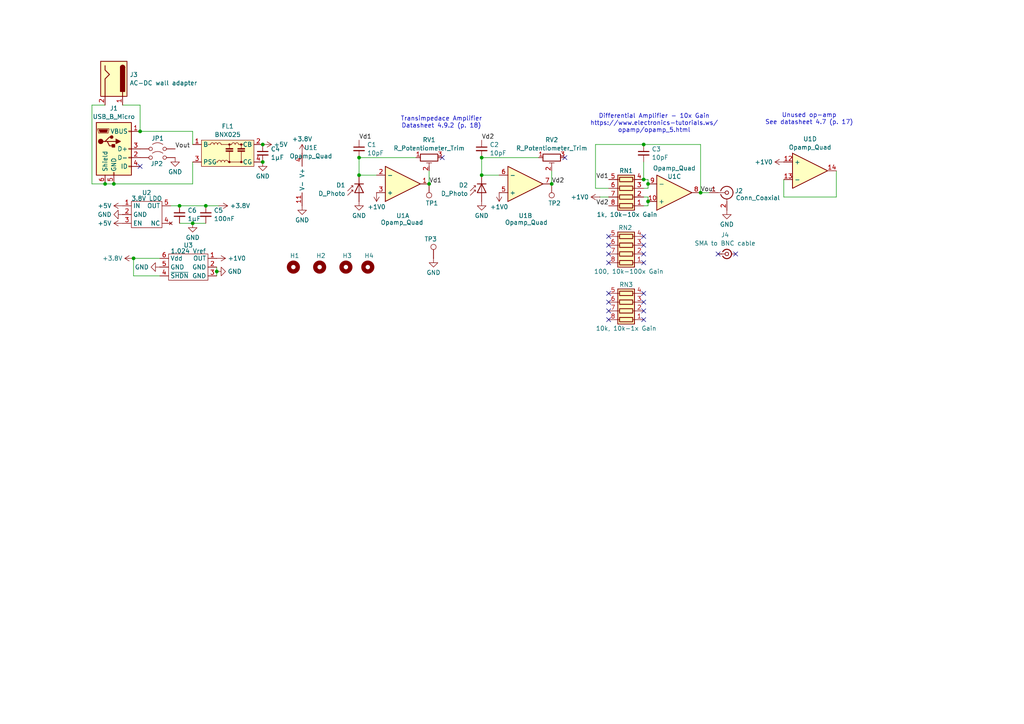
<source format=kicad_sch>
(kicad_sch (version 20231120) (generator "eeschema") (generator_version "8.0")
  (paper "A4")
  (lib_symbols
    (symbol "Connector:Conn_Coaxial" (pin_names (offset 1.016) hide)
      (property "Reference" "J" (at 0.254 3.048 0))
      (property "Value" "Conn_Coaxial" (at 2.921 0 90))
      (symbol "Conn_Coaxial_0_1"
        (arc (start -1.778 -0.508) (mid 0.2311 -1.8066) (end 1.778 0) (stroke (width 0.254)))
        (polyline (pts (xy -2.54 0) (xy -0.508 0)))
        (polyline (pts (xy 0 -2.54) (xy 0 -1.778)))
        (circle (center 0 0) (radius 0.508) (stroke (width 0.2032)))
        (arc (start 1.778 0) (mid 0.2099 1.8101) (end -1.778 0.508) (stroke (width 0.254)))
      )
      (symbol "Conn_Coaxial_1_1"
        (pin passive line (at -5.08 0 0) (length 2.54) (name "In") (number "1"))
        (pin passive line (at 0 -5.08 90) (length 2.54) (name "Ext") (number "2"))
      )
    )
    (symbol "Connector:Conn_Coaxial_Small" (pin_numbers hide) (pin_names (offset 1.016) hide)
      (property "Reference" "J" (at 0.254 3.048 0))
      (property "Value" "Conn_Coaxial_Small" (at 0 -3.81 0))
      (symbol "Conn_Coaxial_Small_0_1"
        (polyline (pts (xy -2.54 0) (xy -0.508 0)))
        (circle (center 0 0) (radius 0.508) (stroke (width 0.2032)))
      )
      (symbol "Conn_Coaxial_Small_1_1"
        (arc (start -1.1916 -0.6311) (mid 0.327 -1.3081) (end 1.3484 0.0039) (stroke (width 0.3048)))
        (arc (start 1.3484 -0.0039) (mid 0.327 1.3081) (end -1.1916 0.6311) (stroke (width 0.3048)))
        (pin passive line (at -2.54 0 0) (length 1.27) (name "In") (number "1"))
        (pin passive line (at 2.54 0 180) (length 1.27) (name "Ext") (number "2"))
      )
    )
    (symbol "Connector:Jack-DC" (pin_names (offset 1.016))
      (property "Reference" "J" (at 0 5.334 0))
      (property "Value" "Jack-DC" (at 0 -5.08 0))
      (symbol "Jack-DC_0_1"
        (rectangle (start -5.08 3.81) (end 5.08 -3.81) (stroke (width 0.254)) (fill (type background)))
        (arc (start -3.302 3.175) (mid -3.9343 2.54) (end -3.302 1.905) (stroke (width 0.254)))
        (arc (start -3.302 3.175) (mid -3.9343 2.54) (end -3.302 1.905) (stroke (width 0.254)) (fill (type outline)))
        (polyline (pts (xy 5.08 2.54) (xy 3.81 2.54)) (stroke (width 0.254)))
        (polyline (pts (xy -3.81 -2.54) (xy -2.54 -2.54) (xy -1.27 -1.27) (xy 0 -2.54) (xy 2.54 -2.54) (xy 5.08 -2.54)) (stroke (width 0.254)))
        (rectangle (start 3.683 3.175) (end -3.302 1.905) (stroke (width 0.254)) (fill (type outline)))
      )
      (symbol "Jack-DC_1_1"
        (pin passive line (at 7.62 2.54 180) (length 2.54) (name "~") (number "1"))
        (pin passive line (at 7.62 -2.54 180) (length 2.54) (name "~") (number "2"))
      )
    )
    (symbol "Connector:TestPoint" (pin_numbers hide) (pin_names (offset 0.762) hide)
      (property "Reference" "TP" (at 0 6.858 0))
      (property "Value" "TestPoint" (at 0 5.08 0))
      (symbol "TestPoint_0_1"
        (circle (center 0 3.302) (radius 0.762))
      )
      (symbol "TestPoint_1_1"
        (pin passive line (at 0 0 90) (length 2.54) (name "1") (number "1"))
      )
    )
    (symbol "Connector:USB_B_Micro" (pin_names (offset 1.016))
      (property "Reference" "J" (at -5.08 11.43 0))
      (property "Value" "USB_B_Micro" (at -5.08 8.89 0))
      (symbol "USB_B_Micro_0_1"
        (rectangle (start -5.08 -7.62) (end 5.08 7.62) (stroke (width 0.254)) (fill (type background)))
        (circle (center -3.81 2.159) (radius 0.635) (stroke (width 0.254)) (fill (type outline)))
        (circle (center -0.635 3.429) (radius 0.381) (stroke (width 0.254)) (fill (type outline)))
        (rectangle (start -0.127 -7.62) (end 0.127 -6.858))
        (polyline (pts (xy -1.905 2.159) (xy 0.635 2.159)) (stroke (width 0.254)))
        (polyline (pts (xy -3.175 2.159) (xy -2.54 2.159) (xy -1.27 3.429) (xy -0.635 3.429)) (stroke (width 0.254)))
        (polyline (pts (xy -2.54 2.159) (xy -1.905 2.159) (xy -1.27 0.889) (xy 0 0.889)) (stroke (width 0.254)))
        (polyline (pts (xy 0.635 2.794) (xy 0.635 1.524) (xy 1.905 2.159) (xy 0.635 2.794)) (stroke (width 0.254)) (fill (type outline)))
        (polyline (pts (xy -4.318 5.588) (xy -1.778 5.588) (xy -2.032 4.826) (xy -4.064 4.826) (xy -4.318 5.588)) (fill (type outline)))
        (polyline (pts (xy -4.699 5.842) (xy -4.699 5.588) (xy -4.445 4.826) (xy -4.445 4.572) (xy -1.651 4.572) (xy -1.651 4.826) (xy -1.397 5.588) (xy -1.397 5.842) (xy -4.699 5.842)))
        (rectangle (start 0.254 1.27) (end -0.508 0.508) (stroke (width 0.254)) (fill (type outline)))
        (rectangle (start 5.08 -5.207) (end 4.318 -4.953))
        (rectangle (start 5.08 -2.667) (end 4.318 -2.413))
        (rectangle (start 5.08 -0.127) (end 4.318 0.127))
        (rectangle (start 5.08 4.953) (end 4.318 5.207))
      )
      (symbol "USB_B_Micro_1_1"
        (pin power_out line (at 7.62 5.08 180) (length 2.54) (name "VBUS") (number "1"))
        (pin bidirectional line (at 7.62 -2.54 180) (length 2.54) (name "D-") (number "2"))
        (pin bidirectional line (at 7.62 0 180) (length 2.54) (name "D+") (number "3"))
        (pin passive line (at 7.62 -5.08 180) (length 2.54) (name "ID") (number "4"))
        (pin power_out line (at 0 -10.16 90) (length 2.54) (name "GND") (number "5"))
        (pin passive line (at -2.54 -10.16 90) (length 2.54) (name "Shield") (number "6"))
      )
    )
    (symbol "Device:C_Small" (pin_numbers hide) (pin_names (offset 0.254) hide)
      (property "Reference" "C" (at 0.254 1.778 0))
      (property "Value" "C_Small" (at 0.254 -2.032 0))
      (symbol "C_Small_0_1"
        (polyline (pts (xy -1.524 -0.508) (xy 1.524 -0.508)) (stroke (width 0.3302)))
        (polyline (pts (xy -1.524 0.508) (xy 1.524 0.508)) (stroke (width 0.3048)))
      )
      (symbol "C_Small_1_1"
        (pin passive line (at 0 2.54 270) (length 2.032) (name "~") (number "1"))
        (pin passive line (at 0 -2.54 90) (length 2.032) (name "~") (number "2"))
      )
    )
    (symbol "Device:D_Photo" (pin_numbers hide) (pin_names hide)
      (property "Reference" "D" (at 0.508 1.778 0))
      (property "Value" "D_Photo" (at -1.016 -2.794 0))
      (symbol "D_Photo_0_1"
        (polyline (pts (xy -2.54 1.27) (xy -2.54 -1.27)) (stroke (width 0.254)))
        (polyline (pts (xy -2.032 1.778) (xy -1.524 1.778)))
        (polyline (pts (xy 0 0) (xy -2.54 0)))
        (polyline (pts (xy -0.508 3.302) (xy -2.032 1.778) (xy -2.032 2.286)))
        (polyline (pts (xy 0 -1.27) (xy 0 1.27) (xy -2.54 0) (xy 0 -1.27)) (stroke (width 0.254)))
        (polyline (pts (xy 0.762 3.302) (xy -0.762 1.778) (xy -0.762 2.286) (xy -0.762 1.778) (xy -0.254 1.778)))
      )
      (symbol "D_Photo_1_1"
        (pin passive line (at -5.08 0 0) (length 2.54) (name "K") (number "1"))
        (pin passive line (at 2.54 0 180) (length 2.54) (name "A") (number "2"))
      )
    )
    (symbol "Device:Opamp_Quad"
      (property "Reference" "U" (at 0 5.08 0))
      (property "Value" "Opamp_Quad" (at 0 -5.08 0))
      (symbol "Opamp_Quad_1_1"
        (polyline (pts (xy -5.08 5.08) (xy 5.08 0) (xy -5.08 -5.08) (xy -5.08 5.08)) (stroke (width 0.254)) (fill (type background)))
        (pin output line (at 7.62 0 180) (length 2.54) (name "~") (number "1"))
        (pin input line (at -7.62 -2.54 0) (length 2.54) (name "-") (number "2"))
        (pin input line (at -7.62 2.54 0) (length 2.54) (name "+") (number "3"))
      )
      (symbol "Opamp_Quad_2_1"
        (polyline (pts (xy -5.08 5.08) (xy 5.08 0) (xy -5.08 -5.08) (xy -5.08 5.08)) (stroke (width 0.254)) (fill (type background)))
        (pin input line (at -7.62 2.54 0) (length 2.54) (name "+") (number "5"))
        (pin input line (at -7.62 -2.54 0) (length 2.54) (name "-") (number "6"))
        (pin output line (at 7.62 0 180) (length 2.54) (name "~") (number "7"))
      )
      (symbol "Opamp_Quad_3_1"
        (polyline (pts (xy -5.08 5.08) (xy 5.08 0) (xy -5.08 -5.08) (xy -5.08 5.08)) (stroke (width 0.254)) (fill (type background)))
        (pin input line (at -7.62 2.54 0) (length 2.54) (name "+") (number "10"))
        (pin output line (at 7.62 0 180) (length 2.54) (name "~") (number "8"))
        (pin input line (at -7.62 -2.54 0) (length 2.54) (name "-") (number "9"))
      )
      (symbol "Opamp_Quad_4_1"
        (polyline (pts (xy -5.08 5.08) (xy 5.08 0) (xy -5.08 -5.08) (xy -5.08 5.08)) (stroke (width 0.254)) (fill (type background)))
        (pin input line (at -7.62 2.54 0) (length 2.54) (name "+") (number "12"))
        (pin input line (at -7.62 -2.54 0) (length 2.54) (name "-") (number "13"))
        (pin output line (at 7.62 0 180) (length 2.54) (name "~") (number "14"))
      )
      (symbol "Opamp_Quad_5_1"
        (pin power_in line (at -2.54 -7.62 90) (length 3.81) (name "V-") (number "11"))
        (pin power_in line (at -2.54 7.62 270) (length 3.81) (name "V+") (number "4"))
      )
    )
    (symbol "Device:R_Pack04" (pin_names (offset 0) hide)
      (property "Reference" "RN" (at -7.62 0 90))
      (property "Value" "R_Pack04" (at 5.08 0 90))
      (symbol "R_Pack04_0_1"
        (rectangle (start -6.35 -2.413) (end 3.81 2.413) (stroke (width 0.254)) (fill (type background)))
        (rectangle (start -5.715 1.905) (end -4.445 -1.905) (stroke (width 0.254)))
        (rectangle (start -3.175 1.905) (end -1.905 -1.905) (stroke (width 0.254)))
        (rectangle (start -0.635 1.905) (end 0.635 -1.905) (stroke (width 0.254)))
        (polyline (pts (xy -5.08 -2.54) (xy -5.08 -1.905)))
        (polyline (pts (xy -5.08 1.905) (xy -5.08 2.54)))
        (polyline (pts (xy -2.54 -2.54) (xy -2.54 -1.905)))
        (polyline (pts (xy -2.54 1.905) (xy -2.54 2.54)))
        (polyline (pts (xy 0 -2.54) (xy 0 -1.905)))
        (polyline (pts (xy 0 1.905) (xy 0 2.54)))
        (polyline (pts (xy 2.54 -2.54) (xy 2.54 -1.905)))
        (polyline (pts (xy 2.54 1.905) (xy 2.54 2.54)))
        (rectangle (start 1.905 1.905) (end 3.175 -1.905) (stroke (width 0.254)))
      )
      (symbol "R_Pack04_1_1"
        (pin passive line (at -5.08 -5.08 90) (length 2.54) (name "R1.1") (number "1"))
        (pin passive line (at -2.54 -5.08 90) (length 2.54) (name "R2.1") (number "2"))
        (pin passive line (at 0 -5.08 90) (length 2.54) (name "R3.1") (number "3"))
        (pin passive line (at 2.54 -5.08 90) (length 2.54) (name "R4.1") (number "4"))
        (pin passive line (at 2.54 5.08 270) (length 2.54) (name "R4.2") (number "5"))
        (pin passive line (at 0 5.08 270) (length 2.54) (name "R3.2") (number "6"))
        (pin passive line (at -2.54 5.08 270) (length 2.54) (name "R2.2") (number "7"))
        (pin passive line (at -5.08 5.08 270) (length 2.54) (name "R1.2") (number "8"))
      )
    )
    (symbol "Device:R_Potentiometer_Trim" (pin_names (offset 1.016) hide)
      (property "Reference" "RV" (at -4.445 0 90))
      (property "Value" "R_Potentiometer_Trim" (at -2.54 0 90))
      (symbol "R_Potentiometer_Trim_0_1"
        (polyline (pts (xy 1.524 0.762) (xy 1.524 -0.762)))
        (polyline (pts (xy 2.54 0) (xy 1.524 0)))
        (rectangle (start 1.016 2.54) (end -1.016 -2.54) (stroke (width 0.254)))
      )
      (symbol "R_Potentiometer_Trim_1_1"
        (pin passive line (at 0 3.81 270) (length 1.27) (name "1") (number "1"))
        (pin passive line (at 3.81 0 180) (length 1.27) (name "2") (number "2"))
        (pin passive line (at 0 -3.81 90) (length 1.27) (name "3") (number "3"))
      )
    )
    (symbol "Filter:BNX025"
      (property "Reference" "FL" (at -6.35 5.08 0))
      (property "Value" "BNX025" (at 7.62 5.08 0))
      (symbol "BNX025_0_1"
        (rectangle (start -7.62 3.81) (end 7.62 -3.81) (fill (type background)))
        (arc (start -1.905 -2.54) (mid -2.413 -2.0342) (end -2.921 -2.54))
        (arc (start -0.889 -2.54) (mid -1.397 -2.0342) (end -1.905 -2.54))
        (rectangle (start -0.508 0.508) (end 1.524 0.762) (fill (type outline)))
        (polyline (pts (xy -4.953 2.54) (xy -5.715 2.54)))
        (polyline (pts (xy -3.302 -2.54) (xy -2.921 -2.54)))
        (polyline (pts (xy 0.127 -2.54) (xy 0.508 -2.54)))
        (polyline (pts (xy 0.381 2.54) (xy -1.905 2.54)))
        (polyline (pts (xy 0.508 -2.54) (xy 0.508 0.508)))
        (polyline (pts (xy 0.508 2.54) (xy 0.508 1.27)))
        (polyline (pts (xy 1.143 2.54) (xy 0.508 2.54)))
        (polyline (pts (xy 3.175 2.54) (xy 3.937 2.54)))
        (polyline (pts (xy 3.937 -2.54) (xy 0.508 -2.54)))
        (polyline (pts (xy 3.937 -2.54) (xy 3.937 0.508)))
        (polyline (pts (xy 3.937 -2.54) (xy 4.445 -2.54)))
        (polyline (pts (xy 3.937 2.54) (xy 3.937 1.27)))
        (polyline (pts (xy 3.937 2.54) (xy 4.445 2.54)))
        (arc (start 0.127 -2.54) (mid -0.381 -2.0342) (end -0.889 -2.54))
        (circle (center 0.508 2.54) (radius 0.254) (fill (type outline)))
        (rectangle (start 1.524 1.143) (end -0.508 1.397) (fill (type outline)))
        (arc (start 2.159 2.54) (mid 1.651 3.0458) (end 1.143 2.54))
        (arc (start 3.175 2.54) (mid 2.667 3.0458) (end 2.159 2.54))
      )
      (symbol "BNX025_1_1"
        (arc (start -3.937 2.54) (mid -4.445 3.0458) (end -4.953 2.54))
        (arc (start -2.921 2.54) (mid -3.429 3.0458) (end -3.937 2.54))
        (arc (start -1.905 2.54) (mid -2.413 3.0458) (end -2.921 2.54))
        (circle (center 0.508 -2.54) (radius 0.254) (fill (type outline)))
        (rectangle (start 2.921 0.508) (end 4.953 0.762) (fill (type outline)))
        (circle (center 3.937 -2.54) (radius 0.254) (fill (type outline)))
        (circle (center 3.937 2.54) (radius 0.254) (fill (type outline)))
        (rectangle (start 4.953 1.143) (end 2.921 1.397) (fill (type outline)))
        (pin passive line (at -10.16 2.54 0) (length 2.54) (name "B") (number "1"))
        (pin passive line (at 10.16 2.54 180) (length 2.54) (name "CB") (number "2"))
        (pin passive line (at -10.16 -2.54 0) (length 2.54) (name "PSG") (number "3"))
        (pin passive line (at 10.16 -2.54 180) (length 2.54) (name "CG") (number "4"))
      )
    )
    (symbol "Jumper:Jumper_2_Open" (pin_numbers hide) (pin_names (offset 0) hide) (exclude_from_sim yes)
      (property "Reference" "JP" (at 0 2.794 0))
      (property "Value" "Jumper_2_Open" (at 0 -2.286 0))
      (symbol "Jumper_2_Open_0_0"
        (circle (center -2.032 0) (radius 0.508))
        (circle (center 2.032 0) (radius 0.508))
      )
      (symbol "Jumper_2_Open_0_1"
        (arc (start 1.524 1.27) (mid 0 1.778) (end -1.524 1.27))
      )
      (symbol "Jumper_2_Open_1_1"
        (pin passive line (at -5.08 0 0) (length 2.54) (name "A") (number "1"))
        (pin passive line (at 5.08 0 180) (length 2.54) (name "B") (number "2"))
      )
    )
    (symbol "Mechanical:MountingHole" (pin_names (offset 1.016)) (exclude_from_sim yes) (in_bom no)
      (property "Reference" "H" (at 0 5.08 0))
      (property "Value" "MountingHole" (at 0 3.175 0))
      (symbol "MountingHole_0_1"
        (circle (center 0 0) (radius 1.27) (stroke (width 1.27)))
      )
    )
    (symbol "custom:1.024_Vref"
      (property "Reference" "U" (at 0 0 0))
      (symbol "1.024_Vref_0_1"
        (rectangle (start -5.08 -1.27) (end 6.35 -8.89))
      )
      (symbol "1.024_Vref_1_1"
        (pin input line (at -7.62 -2.54 0) (length 2.54) (name "OUT") (number "1"))
        (pin input line (at -7.62 -5.08 0) (length 2.54) (name "GND") (number "2"))
        (pin input line (at -7.62 -7.62 0) (length 2.54) (name "GND") (number "3"))
        (pin input line (at 8.89 -7.62 180) (length 2.54) (name "~{SHDN}") (number "4"))
        (pin input line (at 8.89 -5.08 180) (length 2.54) (name "GND") (number "5"))
        (pin input line (at 8.89 -2.54 180) (length 2.54) (name "Vdd") (number "6"))
      )
    )
    (symbol "custom:LDO"
      (property "Reference" "U" (at 0 0 0))
      (symbol "LDO_0_1"
        (rectangle (start -3.81 -1.27) (end 5.08 -8.89))
      )
      (symbol "LDO_1_1"
        (pin input line (at -6.35 -2.54 0) (length 2.54) (name "IN") (number "1"))
        (pin input line (at -6.35 -5.08 0) (length 2.54) (name "GND") (number "2"))
        (pin input line (at -6.35 -7.62 0) (length 2.54) (name "EN") (number "3"))
        (pin no_connect line (at 7.62 -7.62 180) (length 2.54) (name "NC") (number "4"))
        (pin input line (at 7.62 -2.54 180) (length 2.54) (name "OUT") (number "5"))
      )
    )
    (symbol "power:+1V0" (power) (pin_numbers hide) (pin_names (offset 0) hide)
      (property "Value" "+1V0" (at 0 3.556 0))
      (symbol "+1V0_0_1"
        (polyline (pts (xy -0.762 1.27) (xy 0 2.54)))
        (polyline (pts (xy 0 0) (xy 0 2.54)))
        (polyline (pts (xy 0 2.54) (xy 0.762 1.27)))
      )
      (symbol "+1V0_1_1"
        (pin power_in line (at 0 0 90) (length 0) (name "~") (number "1"))
      )
    )
    (symbol "power:+3V3" (power) (pin_numbers hide) (pin_names (offset 0) hide)
      (property "Value" "+3V3" (at 0 3.556 0))
      (symbol "+3V3_0_1"
        (polyline (pts (xy -0.762 1.27) (xy 0 2.54)))
        (polyline (pts (xy 0 0) (xy 0 2.54)))
        (polyline (pts (xy 0 2.54) (xy 0.762 1.27)))
      )
      (symbol "+3V3_1_1"
        (pin power_in line (at 0 0 90) (length 0) (name "~") (number "1"))
      )
    )
    (symbol "power:+5V" (power) (pin_numbers hide) (pin_names (offset 0) hide)
      (property "Value" "+5V" (at 0 3.556 0))
      (symbol "+5V_0_1"
        (polyline (pts (xy -0.762 1.27) (xy 0 2.54)))
        (polyline (pts (xy 0 0) (xy 0 2.54)))
        (polyline (pts (xy 0 2.54) (xy 0.762 1.27)))
      )
      (symbol "+5V_1_1"
        (pin power_in line (at 0 0 90) (length 0) (name "~") (number "1"))
      )
    )
    (symbol "power:GND" (power) (pin_numbers hide) (pin_names (offset 0) hide)
      (property "Value" "GND" (at 0 -3.81 0))
      (symbol "GND_0_1"
        (polyline (pts (xy 0 0) (xy 0 -1.27) (xy 1.27 -1.27) (xy 0 -2.54) (xy -1.27 -1.27) (xy 0 -1.27)))
      )
      (symbol "GND_1_1"
        (pin power_in line (at 0 0 270) (length 0) (name "~") (number "1"))
      )
    )
  )
  (junction (at 186.69 52.07))
  (junction (at 124.46 53.34))
  (junction (at 186.69 41.91))
  (junction (at 187.96 53.34))
  (junction (at 62.865 78.74))
  (junction (at 55.88 64.77))
  (junction (at 104.14 50.8))
  (junction (at 160.02 53.34))
  (junction (at 139.7 45.72))
  (junction (at 59.69 59.69))
  (junction (at 33.02 53.34))
  (junction (at 139.7 50.8))
  (junction (at 203.2 55.88))
  (junction (at 30.48 53.34))
  (junction (at 38.735 74.93))
  (junction (at 76.2 41.91))
  (junction (at 76.2 46.99))
  (junction (at 104.14 45.72))
  (junction (at 187.96 58.42))
  (junction (at 40.64 38.1))
  (junction (at 52.07 59.69))
  (no_connect (at 176.53 87.63))
  (no_connect (at 186.69 90.17))
  (no_connect (at 186.69 92.71))
  (no_connect (at 176.53 68.58))
  (no_connect (at 176.53 85.09))
  (no_connect (at 176.53 76.2))
  (no_connect (at 128.27 45.72))
  (no_connect (at 213.36 73.66))
  (no_connect (at 186.69 87.63))
  (no_connect (at 186.69 76.2))
  (no_connect (at 176.53 73.66))
  (no_connect (at 176.53 92.71))
  (no_connect (at 40.64 48.26))
  (no_connect (at 176.53 90.17))
  (no_connect (at 163.83 45.72))
  (no_connect (at 186.69 71.12))
  (no_connect (at 186.69 85.09))
  (no_connect (at 186.69 73.66))
  (no_connect (at 186.69 68.58))
  (no_connect (at 208.28 73.66))
  (no_connect (at 176.53 71.12))
  (wire (pts (xy 227.33 52.07) (xy 227.33 57.15)))
  (wire (pts (xy 104.14 50.8) (xy 109.22 50.8)))
  (wire (pts (xy 156.21 45.72) (xy 139.7 45.72)))
  (wire (pts (xy 62.865 78.74) (xy 62.865 80.01)))
  (wire (pts (xy 124.46 49.53) (xy 124.46 53.34)))
  (wire (pts (xy 30.48 30.48) (xy 26.67 30.48)))
  (wire (pts (xy 186.69 52.07) (xy 187.96 52.07)))
  (wire (pts (xy 104.14 45.72) (xy 104.14 50.8)))
  (wire (pts (xy 46.355 74.93) (xy 38.735 74.93)))
  (wire (pts (xy 173.99 57.15) (xy 176.53 57.15)))
  (wire (pts (xy 186.69 46.99) (xy 186.69 52.07)))
  (wire (pts (xy 160.02 49.53) (xy 160.02 53.34)))
  (wire (pts (xy 55.88 41.91) (xy 55.88 38.1)))
  (wire (pts (xy 59.69 59.69) (xy 63.5 59.69)))
  (wire (pts (xy 203.2 55.88) (xy 205.74 55.88)))
  (wire (pts (xy 242.57 57.15) (xy 242.57 49.53)))
  (wire (pts (xy 172.72 41.91) (xy 186.69 41.91)))
  (wire (pts (xy 26.67 30.48) (xy 26.67 53.34)))
  (wire (pts (xy 40.64 30.48) (xy 40.64 38.1)))
  (wire (pts (xy 203.2 41.91) (xy 203.2 55.88)))
  (wire (pts (xy 38.735 80.01) (xy 46.355 80.01)))
  (wire (pts (xy 62.865 77.47) (xy 62.865 78.74)))
  (wire (pts (xy 172.72 54.61) (xy 172.72 41.91)))
  (wire (pts (xy 186.69 57.15) (xy 187.96 57.15)))
  (wire (pts (xy 33.02 53.34) (xy 55.88 53.34)))
  (wire (pts (xy 55.88 53.34) (xy 55.88 46.99)))
  (wire (pts (xy 187.96 57.15) (xy 187.96 58.42)))
  (wire (pts (xy 186.69 41.91) (xy 203.2 41.91)))
  (wire (pts (xy 35.56 30.48) (xy 40.64 30.48)))
  (wire (pts (xy 187.96 52.07) (xy 187.96 53.34)))
  (wire (pts (xy 26.67 53.34) (xy 30.48 53.34)))
  (wire (pts (xy 120.65 45.72) (xy 104.14 45.72)))
  (wire (pts (xy 139.7 45.72) (xy 139.7 50.8)))
  (wire (pts (xy 176.53 54.61) (xy 172.72 54.61)))
  (wire (pts (xy 49.53 59.69) (xy 52.07 59.69)))
  (wire (pts (xy 30.48 53.34) (xy 33.02 53.34)))
  (wire (pts (xy 227.33 57.15) (xy 242.57 57.15)))
  (wire (pts (xy 40.64 38.1) (xy 55.88 38.1)))
  (wire (pts (xy 52.07 64.77) (xy 55.88 64.77)))
  (wire (pts (xy 38.735 74.93) (xy 38.735 80.01)))
  (wire (pts (xy 187.96 58.42) (xy 187.96 59.69)))
  (wire (pts (xy 187.96 53.34) (xy 187.96 54.61)))
  (wire (pts (xy 139.7 50.8) (xy 144.78 50.8)))
  (wire (pts (xy 187.96 59.69) (xy 186.69 59.69)))
  (wire (pts (xy 52.07 59.69) (xy 59.69 59.69)))
  (wire (pts (xy 55.88 64.77) (xy 59.69 64.77)))
  (wire (pts (xy 186.69 54.61) (xy 187.96 54.61)))
  (text "Transimpedace Amplifier\nDatasheet 4.9.2 (p. 18)" (at 128.016 35.56 0) (effects (font (size 1.27 1.27))))
  (text "Unused op-amp\nSee datasheet 4.7 (p. 17)" (at 234.696 34.544 0) (effects (font (size 1.27 1.27))))
  (text "Differential Amplifier - 10x Gain\nhttps://www.electronics-tutorials.ws/\nopamp/opamp_5.html" (at 189.738 35.814 0) (effects (font (size 1.27 1.27))))
  (label "Vd2" (at 139.7 40.64 0))
  (label "Vout" (at 203.2 55.88 0))
  (label "Vd1" (at 104.14 40.64 0))
  (label "Vd2" (at 160.02 53.34 0))
  (label "Vd1" (at 124.46 53.34 0))
  (label "Vout" (at 50.8 43.18 0))
  (label "Vd2" (at 176.53 59.69 180))
  (label "Vd1" (at 176.53 52.07 180))
  (symbol (lib_id "Device:C_Small") (at 104.14 43.18 0) (unit 1)
    (property "Reference" "C1" (at 106.4641 41.9741 0) (effects (justify left)))
    (property "Value" "10pF" (at 106.4641 44.3984 0) (effects (justify left)))
    (property "Footprint" "Capacitor_SMD:C_0805_2012Metric" (effects (hide yes)))
    (property "Datasheet" "https://www.yageo.com/en/Chart/Download/pdf/CC0805JRNPO9BN100" (effects (hide yes)))
    (property "Description" "CAP CER 10PF 50V C0G/NPO 0805" (effects (hide yes)))
    (property "Manufacturer" "YAGEO" (effects (hide yes)))
    (property "Part" "CC0805JRNPO9BN100" (effects (hide yes)))
  )
  (symbol (lib_id "power:GND") (at 87.63 59.69 0) (unit 1)
    (property "Reference" "#PWR08" (effects (hide yes)))
    (property "Value" "GND" (at 87.63 63.8231 0))
    (property "Description" "Power symbol creates a global label with name \"GND\" , ground" (effects (hide yes)))
  )
  (symbol (lib_id "power:GND") (at 104.14 58.42 0) (unit 1)
    (property "Reference" "#PWR05" (effects (hide yes)))
    (property "Value" "GND" (at 104.14 62.5531 0))
    (property "Description" "Power symbol creates a global label with name \"GND\" , ground" (effects (hide yes)))
  )
  (symbol (lib_id "power:+3V3") (at 38.735 74.93 90) (mirror x) (unit 1)
    (property "Reference" "#PWR019" (effects (hide yes)))
    (property "Value" "+3.8V" (at 35.56 74.93 90) (effects (justify left)))
    (property "Description" "Power symbol creates a global label with name \"+3V3\"" (effects (hide yes)))
  )
  (symbol (lib_id "power:+5V") (at 76.2 41.91 270) (unit 1)
    (property "Reference" "#PWR02" (effects (hide yes)))
    (property "Value" "+5V" (at 79.375 41.91 90) (effects (justify left)))
    (property "Description" "Power symbol creates a global label with name \"+5V\"" (effects (hide yes)))
  )
  (symbol (lib_id "power:GND") (at 76.2 46.99 0) (unit 1)
    (property "Reference" "#PWR01" (effects (hide yes)))
    (property "Value" "GND" (at 76.2 51.1231 0))
    (property "Description" "Power symbol creates a global label with name \"GND\" , ground" (effects (hide yes)))
  )
  (symbol (lib_id "Device:Opamp_Quad") (at 152.4 53.34 0) (mirror x) (unit 2)
    (property "Reference" "U1" (at 152.4 62.5645 0))
    (property "Value" "Opamp_Quad" (at 152.654 64.516 0))
    (property "Footprint" "Custom:SOIC14_SL_MCH" (effects (hide yes)))
    (property "Datasheet" "https://ww1.microchip.com/downloads/aemDocuments/documents/MSLD/ProductDocuments/DataSheets/MCP6486-Family-Data-Sheet-DS20006679.pdf" (effects (hide yes)))
    (property "Description" "QUAD, 10MHZ OP AMP, E TEMP" (effects (hide yes)))
    (property "Manufacturer" "Microchip Technology" (effects (hide yes)))
    (property "Part" "MCP6489-E/SL" (effects (hide yes)))
  )
  (symbol (lib_id "Connector:USB_B_Micro") (at 33.02 43.18 0) (unit 1)
    (property "Reference" "J1" (at 33.02 31.4155 0))
    (property "Value" "USB_B_Micro" (at 33.02 33.8398 0))
    (property "Footprint" "Custom:AMPHENOL_10118193-0001LF" (effects (hide yes)))
    (property "Datasheet" "https://cdn.amphenol-cs.com/media/wysiwyg/files/documentation/datasheet/inputoutput/io_usb_micro.pdf" (effects (hide yes)))
    (property "Description" "USB Micro Type B connector" (effects (hide yes)))
    (property "Manufacturer" "Amphenol ICC (FCI)" (effects (hide yes)))
    (property "Part" "10118193-0001LF" (effects (hide yes)))
  )
  (symbol (lib_id "Connector:TestPoint") (at 124.46 53.34 180) (unit 1)
    (property "Reference" "TP1" (at 123.444 58.928 0) (effects (justify right)))
    (property "Value" "TestPoint" (effects (hide yes)))
    (property "Footprint" "TestPoint:TestPoint_Pad_D3.0mm" (effects (hide yes)))
    (property "Description" "test point" (effects (hide yes)))
  )
  (symbol (lib_id "power:GND") (at 139.7 58.42 0) (unit 1)
    (property "Reference" "#PWR06" (effects (hide yes)))
    (property "Value" "GND" (at 139.7 62.5531 0))
    (property "Description" "Power symbol creates a global label with name \"GND\" , ground" (effects (hide yes)))
  )
  (symbol (lib_id "Filter:BNX025") (at 66.04 44.45 0) (unit 1)
    (property "Reference" "FL1" (at 66.04 36.6225 0))
    (property "Value" "BNX025" (at 66.04 39.0468 0))
    (property "Footprint" "Custom:Filter_Murata_BNX025" (effects (hide yes)))
    (property "Datasheet" "https://www.murata.com/en-us/products/productdetail.aspx?cate=luNoiseSupprFilteBlockType&partno=BNX025H01%23" (effects (hide yes)))
    (property "Description" "EMI Filter SMD, Murata BNX025" (effects (hide yes)))
    (property "Manufacturer" "Murata Electronics" (effects (hide yes)))
    (property "Part" "BNX025H01B" (effects (hide yes)))
  )
  (symbol (lib_id "power:GND") (at 125.73 74.93 0) (unit 1)
    (property "Reference" "#PWR021" (effects (hide yes)))
    (property "Value" "GND" (at 125.73 79.0631 0))
    (property "Description" "Power symbol creates a global label with name \"GND\" , ground" (effects (hide yes)))
  )
  (symbol (lib_id "Device:D_Photo") (at 104.14 55.88 90) (mirror x) (unit 1)
    (property "Reference" "D1" (at 100.203 53.7153 90) (effects (justify left)))
    (property "Value" "D_Photo" (at 100.203 56.1396 90) (effects (justify left)))
    (property "Footprint" "Custom:XDCR_SFH_229" (effects (hide yes)))
    (property "Datasheet" "https://look.ams-osram.com/m/2a0be50605895dac/original/SFH-229.pdf" (effects (hide yes)))
    (property "Description" "SENSOR PHOTODIODE 860NM RADIAL" (effects (hide yes)))
    (property "Manufacturer" "ams-OSRAM USA INC." (effects (hide yes)))
    (property "Part" "SFH 229" (effects (hide yes)))
  )
  (symbol (lib_id "power:GND") (at 35.56 62.23 270) (unit 1)
    (property "Reference" "#PWR012" (effects (hide yes)))
    (property "Value" "GND" (at 32.3851 62.23 90) (effects (justify right)))
    (property "Description" "Power symbol creates a global label with name \"GND\" , ground" (effects (hide yes)))
  )
  (symbol (lib_id "power:GND") (at 55.88 64.77 0) (unit 1)
    (property "Reference" "#PWR015" (effects (hide yes)))
    (property "Value" "GND" (at 55.88 68.9031 0))
    (property "Description" "Power symbol creates a global label with name \"GND\" , ground" (effects (hide yes)))
  )
  (symbol (lib_id "Device:R_Pack04") (at 181.61 54.61 90) (unit 1)
    (property "Reference" "RN1" (at 181.61 49.53 90))
    (property "Value" "1k, 10k-10x Gain" (at 181.864 62.23 90))
    (property "Footprint" "Resistor_SMD:R_Array_Convex_4x0603" (effects (hide yes)))
    (property "Datasheet" "https://www.vishay.com/docs/28751/acasprec.pdf" (effects (hide yes)))
    (property "Description" "RES ARRAY 4 RES 10K OHM 1206" (effects (hide yes)))
    (property "Manufacturer" "Vishay Beyschlag/Draloric/BC Components" (effects (hide yes)))
    (property "Part" "ACASA1001S1002P100" (effects (hide yes)))
  )
  (symbol (lib_id "power:+3V3") (at 87.63 44.45 0) (unit 1)
    (property "Reference" "#PWR07" (effects (hide yes)))
    (property "Value" "+3.8V" (at 87.63 40.3169 0))
    (property "Description" "Power symbol creates a global label with name \"+3V3\"" (effects (hide yes)))
  )
  (symbol (lib_id "custom:LDO") (at 41.91 57.15 0) (unit 1)
    (property "Reference" "U2" (at 42.545 55.8885 0))
    (property "Value" "3.8V LDO" (at 42.545 57.5699 0))
    (property "Footprint" "Package_TO_SOT_SMD:SOT-23-5" (effects (hide yes)))
    (property "Datasheet" "https://www.ti.com/general/docs/suppproductinfo.tsp?distId=10&gotoUrl=https%3A%2F%2Fwww.ti.com%2Flit%2Fgpn%2Flp5907-q1" (effects (hide yes)))
    (property "Description" "IC REG LINEAR 3.8V 250MA SOT23-5" (effects (hide yes)))
    (property "Manufacturer" "Texas Instruments" (effects (hide yes)))
    (property "Part" "LP5907QMFX-3.8Q1" (effects (hide yes)))
  )
  (symbol (lib_id "Connector:TestPoint") (at 125.73 74.93 0) (unit 1)
    (property "Reference" "TP3" (at 126.746 69.342 0) (effects (justify right)))
    (property "Value" "TestPoint" (effects (hide yes)))
    (property "Footprint" "TestPoint:TestPoint_Pad_D3.0mm" (effects (hide yes)))
    (property "Description" "test point" (effects (hide yes)))
  )
  (symbol (lib_id "Connector:Conn_Coaxial_Small") (at 210.82 73.66 0) (unit 1) (on_board no)
    (property "Reference" "J4" (at 210.3004 68.1418 0))
    (property "Value" "SMA to BNC cable" (at 210.3004 70.5661 0))
    (property "Datasheet" "https://www.amazon.com/uxcell-RG316-Coaxial-Cable-Connectors/dp/B07TD2PHY1" (effects (hide yes)))
    (property "Description" "small coaxial connector (BNC, SMA, SMB, SMC, Cinch/RCA, LEMO, ...)" (effects (hide yes)))
    (property "Manufacturer" "Amazon" (effects (hide yes)))
    (property "Part" "B07TD2PHY1" (effects (hide yes)))
  )
  (symbol (lib_id "custom:1.024_Vref") (at 55.245 72.39 0) (mirror y) (unit 1)
    (property "Reference" "U3" (at 54.61 71.1285 0))
    (property "Value" "1.024 Vref" (at 54.61 72.8099 0))
    (property "Footprint" "Package_TO_SOT_SMD:SOT-23-6" (effects (hide yes)))
    (property "Datasheet" "https://ww1.microchip.com/downloads/aemDocuments/documents/MSLD/ProductDocuments/DataSheets/MCP1501-Data-Sheet-DS20005474F.pdf" (effects (hide yes)))
    (property "Description" "Series Voltage Reference IC Fixed 1.024V V ±0.1% 20 mA SOT-23-6" (effects (hide yes)))
    (property "Manufacturer" "Microchip Technology" (effects (hide yes)))
    (property "Part" "MCP1501T-10E/CHY" (effects (hide yes)))
  )
  (symbol (lib_id "power:+1V0") (at 173.99 57.15 90) (unit 1)
    (property "Reference" "#PWR09" (effects (hide yes)))
    (property "Value" "+1V0" (at 170.815 57.15 90) (effects (justify left)))
    (property "Description" "Power symbol creates a global label with name \"+1V0\"" (effects (hide yes)))
  )
  (symbol (lib_id "Device:D_Photo") (at 139.7 55.88 90) (mirror x) (unit 1)
    (property "Reference" "D2" (at 135.763 53.7153 90) (effects (justify left)))
    (property "Value" "D_Photo" (at 135.763 56.1396 90) (effects (justify left)))
    (property "Footprint" "Custom:XDCR_SFH_229" (effects (hide yes)))
    (property "Datasheet" "https://look.ams-osram.com/m/2a0be50605895dac/original/SFH-229.pdf" (effects (hide yes)))
    (property "Description" "SENSOR PHOTODIODE 860NM RADIAL" (effects (hide yes)))
    (property "Manufacturer" "ams-OSRAM USA INC." (effects (hide yes)))
    (property "Part" "SFH 229" (effects (hide yes)))
  )
  (symbol (lib_id "power:+1V0") (at 227.33 46.99 90) (unit 1)
    (property "Reference" "#PWR010" (effects (hide yes)))
    (property "Value" "+1V0" (at 224.155 46.99 90) (effects (justify left)))
    (property "Description" "Power symbol creates a global label with name \"+1V0\"" (effects (hide yes)))
  )
  (symbol (lib_id "Device:Opamp_Quad") (at 195.58 55.88 0) (mirror x) (unit 3)
    (property "Reference" "U1" (at 195.58 51.1923 0))
    (property "Value" "Opamp_Quad" (at 195.58 48.768 0))
    (property "Footprint" "Custom:SOIC14_SL_MCH" (effects (hide yes)))
    (property "Datasheet" "https://ww1.microchip.com/downloads/aemDocuments/documents/MSLD/ProductDocuments/DataSheets/MCP6486-Family-Data-Sheet-DS20006679.pdf" (effects (hide yes)))
    (property "Description" "QUAD, 10MHZ OP AMP, E TEMP" (effects (hide yes)))
    (property "Manufacturer" "Microchip Technology" (effects (hide yes)))
    (property "Part" "MCP6489-E/SL" (effects (hide yes)))
  )
  (symbol (lib_id "Device:C_Small") (at 76.2 44.45 0) (unit 1)
    (property "Reference" "C4" (at 78.5241 43.2441 0) (effects (justify left)))
    (property "Value" "1µF" (at 78.5241 45.6684 0) (effects (justify left)))
    (property "Footprint" "Capacitor_SMD:C_0805_2012Metric" (effects (hide yes)))
    (property "Datasheet" "http://www.samsungsem.com/kr/support/product-search/mlcc/CL21B105KBFNFNE.jsp" (effects (hide yes)))
    (property "Description" "CAP CER 1UF 50V X7R 0805" (effects (hide yes)))
    (property "Manufacturer" "Samsung Electro-Mechanics" (effects (hide yes)))
    (property "Part" "CL21B105KBFNFNE" (effects (hide yes)))
  )
  (symbol (lib_id "power:GND") (at 62.865 78.74 90) (mirror x) (unit 1)
    (property "Reference" "#PWR017" (effects (hide yes)))
    (property "Value" "GND" (at 66.0399 78.74 90) (effects (justify right)))
    (property "Description" "Power symbol creates a global label with name \"GND\" , ground" (effects (hide yes)))
  )
  (symbol (lib_id "power:+5V") (at 35.56 59.69 90) (unit 1)
    (property "Reference" "#PWR011" (effects (hide yes)))
    (property "Value" "+5V" (at 32.3851 59.69 90) (effects (justify left)))
    (property "Description" "Power symbol creates a global label with name \"+5V\"" (effects (hide yes)))
  )
  (symbol (lib_id "Device:C_Small") (at 139.7 43.18 0) (unit 1)
    (property "Reference" "C2" (at 142.0241 41.9741 0) (effects (justify left)))
    (property "Value" "10pF" (at 142.0241 44.3984 0) (effects (justify left)))
    (property "Footprint" "Capacitor_SMD:C_0805_2012Metric" (effects (hide yes)))
    (property "Datasheet" "https://www.yageo.com/en/Chart/Download/pdf/CC0805JRNPO9BN100" (effects (hide yes)))
    (property "Description" "CAP CER 10PF 50V C0G/NPO 0805" (effects (hide yes)))
    (property "Manufacturer" "YAGEO" (effects (hide yes)))
    (property "Part" "CC0805JRNPO9BN100" (effects (hide yes)))
  )
  (symbol (lib_id "power:+1V0") (at 62.865 74.93 270) (mirror x) (unit 1)
    (property "Reference" "#PWR016" (effects (hide yes)))
    (property "Value" "+1V0" (at 66.04 74.93 90) (effects (justify left)))
    (property "Description" "Power symbol creates a global label with name \"+1V0\"" (effects (hide yes)))
  )
  (symbol (lib_id "Jumper:Jumper_2_Open") (at 45.72 45.72 0) (unit 1) (exclude_from_sim yes)
    (property "Reference" "JP2" (at 45.466 47.498 0))
    (property "Value" "Jumper_2_Open" (effects (hide yes)))
    (property "Footprint" "Jumper:SolderJumper-2_P1.3mm_Open_RoundedPad1.0x1.5mm" (effects (hide yes)))
    (property "Description" "Jumper, 2-pole, open" (effects (hide yes)))
  )
  (symbol (lib_id "Device:R_Potentiometer_Trim") (at 124.46 45.72 90) (mirror x) (unit 1)
    (property "Reference" "RV1" (at 124.46 40.5595 90))
    (property "Value" "R_Potentiometer_Trim" (at 124.46 42.9838 90))
    (property "Footprint" "Custom:POT_PV36W_MUR" (effects (hide yes)))
    (property "Datasheet" "https://www.bourns.com/docs/product-datasheets/3296.pdf" (effects (hide yes)))
    (property "Description" "TRIMMER 1M OHM 0.5W PC PIN TOP" (effects (hide yes)))
    (property "Manufacturer" "Bourns Inc." (effects (hide yes)))
    (property "Part" "PV36W105C01B00" (effects (hide yes)))
  )
  (symbol (lib_id "Device:R_Pack04") (at 181.61 87.63 90) (unit 1) (on_board no)
    (property "Reference" "RN3" (at 181.61 82.55 90))
    (property "Value" "10k, 10k-1x Gain" (at 181.61 95.25 90))
    (property "Footprint" "Resistor_SMD:R_Array_Convex_4x0603" (effects (hide yes)))
    (property "Datasheet" "https://www.vishay.com/docs/28751/acasprec.pdf" (effects (hide yes)))
    (property "Description" "RES ARRAY 4 RES 10K OHM 1206" (effects (hide yes)))
    (property "Manufacturer" "Vishay Beyschlag/Draloric/BC Components" (effects (hide yes)))
    (property "Part" "ACASA1002S1002P100" (effects (hide yes)))
  )
  (symbol (lib_id "power:GND") (at 46.355 77.47 270) (mirror x) (unit 1)
    (property "Reference" "#PWR018" (effects (hide yes)))
    (property "Value" "GND" (at 43.18 77.47 90) (effects (justify right)))
    (property "Description" "Power symbol creates a global label with name \"GND\" , ground" (effects (hide yes)))
  )
  (symbol (lib_id "Device:C_Small") (at 59.69 62.23 0) (unit 1)
    (property "Reference" "C5" (at 62.0141 61.0241 0) (effects (justify left)))
    (property "Value" "100nF" (at 62.0141 63.4484 0) (effects (justify left)))
    (property "Footprint" "Capacitor_SMD:C_0805_2012Metric" (effects (hide yes)))
    (property "Datasheet" "https://www.yageo.com/upload/media/product/productsearch/datasheet/mlcc/UPY-GPHC_X7R_6.3V-to-250V_24.pdf" (effects (hide yes)))
    (property "Description" "CAP CER 0.1UF 50V X7R 0805" (effects (hide yes)))
    (property "Manufacturer" "YAGEO" (effects (hide yes)))
    (property "Part" "CC0805KRX7R9BB104" (effects (hide yes)))
  )
  (symbol (lib_id "power:+3V3") (at 63.5 59.69 270) (unit 1)
    (property "Reference" "#PWR014" (effects (hide yes)))
    (property "Value" "+3.8V" (at 66.675 59.69 90) (effects (justify left)))
    (property "Description" "Power symbol creates a global label with name \"+3V3\"" (effects (hide yes)))
  )
  (symbol (lib_id "Connector:Conn_Coaxial") (at 210.82 55.88 0) (unit 1)
    (property "Reference" "J2" (at 213.106 55.372 0) (effects (justify left)))
    (property "Value" "Conn_Coaxial" (at 213.3601 57.3853 0) (effects (justify left)))
    (property "Footprint" "Custom:ADAMTECH_RF2-143-T-17-50-G" (effects (hide yes)))
    (property "Datasheet" "https://app.adam-tech.com/products/download/data_sheet/219109/rf2-143-t-17-50-g-data-sheet.pdf" (effects (hide yes)))
    (property "Description" "SMA Connector Jack, Female Socket 50 Ohms Board Edge, End Launch Solder" (effects (hide yes)))
    (property "Manufacturer" "Adam Tech" (effects (hide yes)))
    (property "Part" "RF2-143-T-17-50-G" (effects (hide yes)))
  )
  (symbol (lib_id "Device:C_Small") (at 52.07 62.23 0) (unit 1)
    (property "Reference" "C6" (at 54.3941 61.0241 0) (effects (justify left)))
    (property "Value" "1µF" (at 54.3941 63.4484 0) (effects (justify left)))
    (property "Footprint" "Capacitor_SMD:C_0805_2012Metric" (effects (hide yes)))
    (property "Datasheet" "http://www.samsungsem.com/kr/support/product-search/mlcc/CL21B105KBFNFNE.jsp" (effects (hide yes)))
    (property "Description" "CAP CER 1UF 50V X7R 0805" (effects (hide yes)))
    (property "Manufacturer" "Samsung Electro-Mechanics" (effects (hide yes)))
    (property "Part" "CL21B105KBFNFNE" (effects (hide yes)))
  )
  (symbol (lib_id "power:+1V0") (at 144.78 55.88 180) (unit 1)
    (property "Reference" "#PWR04" (effects (hide yes)))
    (property "Value" "+1V0" (at 144.78 60.0131 0))
    (property "Description" "Power symbol creates a global label with name \"+1V0\"" (effects (hide yes)))
  )
  (symbol (lib_id "Mechanical:MountingHole") (at 106.68 77.47 0) (unit 1) (exclude_from_sim yes) (in_bom no)
    (property "Reference" "H4" (at 105.664 74.168 0) (effects (justify left)))
    (property "Value" "MountingHole" (effects (hide yes)))
    (property "Footprint" "MountingHole:MountingHole_3.2mm_M3" (effects (hide yes)))
    (property "Datasheet" "https://www.keyelco.com/userAssets/file/M65p135.pdf" (effects (hide yes)))
    (property "Description" "MACH SCREW PAN HEAD SLOTTED 4-40" (effects (hide yes)))
    (property "Manufacturer" "Keystone Electronics" (effects (hide yes)))
    (property "Part" "9300" (effects (hide yes)))
  )
  (symbol (lib_id "Jumper:Jumper_2_Open") (at 45.72 43.18 0) (unit 1) (exclude_from_sim yes)
    (property "Reference" "JP1" (at 45.72 40.132 0))
    (property "Value" "Jumper_2_Open" (effects (hide yes)))
    (property "Footprint" "Jumper:SolderJumper-2_P1.3mm_Open_RoundedPad1.0x1.5mm" (effects (hide yes)))
    (property "Description" "Jumper, 2-pole, open" (effects (hide yes)))
  )
  (symbol (lib_id "power:GND") (at 210.82 60.96 0) (unit 1)
    (property "Reference" "#PWR022" (effects (hide yes)))
    (property "Value" "GND" (at 210.82 65.0931 0))
    (property "Description" "Power symbol creates a global label with name \"GND\" , ground" (effects (hide yes)))
  )
  (symbol (lib_id "Device:Opamp_Quad") (at 90.17 52.07 0) (unit 5)
    (property "Reference" "U1" (at 90.17 42.8455 0))
    (property "Value" "Opamp_Quad" (at 90.17 45.2698 0))
    (property "Footprint" "Custom:SOIC14_SL_MCH" (effects (hide yes)))
    (property "Datasheet" "https://ww1.microchip.com/downloads/aemDocuments/documents/MSLD/ProductDocuments/DataSheets/MCP6486-Family-Data-Sheet-DS20006679.pdf" (effects (hide yes)))
    (property "Description" "QUAD, 10MHZ OP AMP, E TEMP" (effects (hide yes)))
    (property "Manufacturer" "Microchip Technology" (effects (hide yes)))
    (property "Part" "MCP6489-E/SL" (effects (hide yes)))
  )
  (symbol (lib_id "Mechanical:MountingHole") (at 85.09 77.47 0) (unit 1) (exclude_from_sim yes) (in_bom no)
    (property "Reference" "H1" (at 84.074 74.168 0) (effects (justify left)))
    (property "Value" "MountingHole" (effects (hide yes)))
    (property "Footprint" "MountingHole:MountingHole_3.2mm_M3" (effects (hide yes)))
    (property "Datasheet" "https://www.keyelco.com/userAssets/file/M65p135.pdf" (effects (hide yes)))
    (property "Description" "Mounting Hole without connection" (effects (hide yes)))
    (property "Manufacturer" "Keystone Electronics" (effects (hide yes)))
    (property "Part" "MACH SCREW PAN HEAD SLOTTED 4-40" (effects (hide yes)))
  )
  (symbol (lib_id "power:+5V") (at 35.56 64.77 90) (unit 1)
    (property "Reference" "#PWR013" (effects (hide yes)))
    (property "Value" "+5V" (at 32.3851 64.77 90) (effects (justify left)))
    (property "Description" "Power symbol creates a global label with name \"+5V\"" (effects (hide yes)))
  )
  (symbol (lib_id "Mechanical:MountingHole") (at 100.33 77.47 0) (unit 1) (exclude_from_sim yes) (in_bom no)
    (property "Reference" "H3" (at 99.314 74.168 0) (effects (justify left)))
    (property "Value" "MountingHole" (effects (hide yes)))
    (property "Footprint" "MountingHole:MountingHole_3.2mm_M3" (effects (hide yes)))
    (property "Datasheet" "https://www.keyelco.com/userAssets/file/M65p135.pdf" (effects (hide yes)))
    (property "Description" "Mounting Hole without connection" (effects (hide yes)))
    (property "Manufacturer" "Keystone Electronics" (effects (hide yes)))
    (property "Part" "MACH SCREW PAN HEAD SLOTTED 4-40" (effects (hide yes)))
  )
  (symbol (lib_id "power:+1V0") (at 109.22 55.88 180) (unit 1)
    (property "Reference" "#PWR03" (effects (hide yes)))
    (property "Value" "+1V0" (at 109.22 60.0131 0))
    (property "Description" "Power symbol creates a global label with name \"+1V0\"" (effects (hide yes)))
  )
  (symbol (lib_id "Device:Opamp_Quad") (at 234.95 49.53 0) (unit 4)
    (property "Reference" "U1" (at 234.95 40.3055 0))
    (property "Value" "Opamp_Quad" (at 234.95 42.7298 0))
    (property "Footprint" "Custom:SOIC14_SL_MCH" (effects (hide yes)))
    (property "Datasheet" "https://ww1.microchip.com/downloads/aemDocuments/documents/MSLD/ProductDocuments/DataSheets/MCP6486-Family-Data-Sheet-DS20006679.pdf" (effects (hide yes)))
    (property "Description" "QUAD, 10MHZ OP AMP, E TEMP" (effects (hide yes)))
    (property "Manufacturer" "Microchip Technology" (effects (hide yes)))
    (property "Part" "MCP6489-E/SL" (effects (hide yes)))
  )
  (symbol (lib_id "power:GND") (at 50.8 45.72 0) (unit 1)
    (property "Reference" "#PWR020" (effects (hide yes)))
    (property "Value" "GND" (at 50.8 49.8531 0))
    (property "Description" "Power symbol creates a global label with name \"GND\" , ground" (effects (hide yes)))
  )
  (symbol (lib_id "Connector:Jack-DC") (at 33.02 22.86 270) (unit 1) (on_board no)
    (property "Reference" "J3" (at 37.592 21.6478 90) (effects (justify left)))
    (property "Value" "AC-DC wall adapter" (at 37.592 24.0721 90) (effects (justify left)))
    (property "Datasheet" "https://www.phihong.com/wp-content/uploads/PSAC05A.pdf" (effects (hide yes)))
    (property "Description" "AC/DC WALL MOUNT ADAPTER 5V 5W" (effects (hide yes)))
    (property "Manufacturer" "Phihong USA" (effects (hide yes)))
    (property "Part" "PSAC05A-050L6M" (effects (hide yes)))
  )
  (symbol (lib_id "Device:Opamp_Quad") (at 116.84 53.34 0) (mirror x) (unit 1)
    (property "Reference" "U1" (at 116.84 62.5645 0))
    (property "Value" "Opamp_Quad" (at 116.586 64.516 0))
    (property "Footprint" "Custom:SOIC14_SL_MCH" (effects (hide yes)))
    (property "Datasheet" "https://ww1.microchip.com/downloads/aemDocuments/documents/MSLD/ProductDocuments/DataSheets/MCP6486-Family-Data-Sheet-DS20006679.pdf" (effects (hide yes)))
    (property "Description" "QUAD, 10MHZ OP AMP, E TEMP" (effects (hide yes)))
    (property "Manufacturer" "Microchip Technology" (effects (hide yes)))
    (property "Part" "MCP6489-E/SL" (effects (hide yes)))
  )
  (symbol (lib_id "Mechanical:MountingHole") (at 92.71 77.47 0) (unit 1) (exclude_from_sim yes) (in_bom no)
    (property "Reference" "H2" (at 91.694 74.168 0) (effects (justify left)))
    (property "Value" "MountingHole" (effects (hide yes)))
    (property "Footprint" "MountingHole:MountingHole_3.2mm_M3" (effects (hide yes)))
    (property "Datasheet" "https://www.keyelco.com/userAssets/file/M65p135.pdf" (effects (hide yes)))
    (property "Description" "Mounting Hole without connection" (effects (hide yes)))
    (property "Manufacturer" "Keystone Electronics" (effects (hide yes)))
    (property "Part" "MACH SCREW PAN HEAD SLOTTED 4-40" (effects (hide yes)))
  )
  (symbol (lib_id "Device:R_Potentiometer_Trim") (at 160.02 45.72 90) (mirror x) (unit 1)
    (property "Reference" "RV2" (at 160.02 40.5595 90))
    (property "Value" "R_Potentiometer_Trim" (at 160.02 42.9838 90))
    (property "Footprint" "Custom:POT_PV36W_MUR" (effects (hide yes)))
    (property "Datasheet" "https://www.bourns.com/docs/product-datasheets/3296.pdf" (effects (hide yes)))
    (property "Description" "TRIMMER 1M OHM 0.5W PC PIN TOP" (effects (hide yes)))
    (property "Manufacturer" "Bourns Inc." (effects (hide yes)))
    (property "Part" "PV36W105C01B00" (effects (hide yes)))
  )
  (symbol (lib_id "Connector:TestPoint") (at 160.02 53.34 180) (unit 1)
    (property "Reference" "TP2" (at 159.004 58.928 0) (effects (justify right)))
    (property "Value" "TestPoint" (effects (hide yes)))
    (property "Footprint" "TestPoint:TestPoint_Pad_D3.0mm" (effects (hide yes)))
    (property "Description" "test point" (effects (hide yes)))
  )
  (symbol (lib_id "Device:R_Pack04") (at 181.61 71.12 90) (unit 1) (on_board no)
    (property "Reference" "RN2" (at 181.356 66.04 90))
    (property "Value" "100, 10k-100x Gain" (at 182.372 78.74 90))
    (property "Footprint" "Resistor_SMD:R_Array_Convex_4x0603" (effects (hide yes)))
    (property "Datasheet" "https://www.vishay.com/docs/28770/acasat.pdf" (effects (hide yes)))
    (property "Description" "RES ARRAY 4 RES 10K OHM 1206" (effects (hide yes)))
    (property "Manufacturer" "Vishay Dale" (effects (hide yes)))
    (property "Part" "ACASA1000S1002P1AT" (effects (hide yes)))
  )
  (symbol (lib_id "Device:C_Small") (at 186.69 44.45 0) (unit 1)
    (property "Reference" "C3" (at 189.0141 43.2441 0) (effects (justify left)))
    (property "Value" "10pF" (at 189.0141 45.6684 0) (effects (justify left)))
    (property "Footprint" "Capacitor_SMD:C_0805_2012Metric" (effects (hide yes)))
    (property "Datasheet" "https://www.yageo.com/en/Chart/Download/pdf/CC0805JRNPO9BN100" (effects (hide yes)))
    (property "Description" "CAP CER 10PF 50V C0G/NPO 0805" (effects (hide yes)))
    (property "Manufacturer" "YAGEO" (effects (hide yes)))
    (property "Part" "CC0805JRNPO9BN100" (effects (hide yes)))
  )
)
</source>
